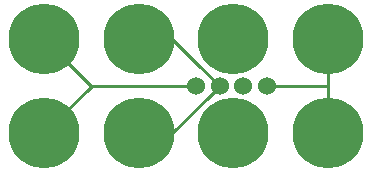
<source format=gtl>
%TF.GenerationSoftware,KiCad,Pcbnew,4.0.7-e2-6376~58~ubuntu16.04.1*%
%TF.CreationDate,2018-02-09T07:07:29-08:00*%
%TF.ProjectId,2x4-Grove-Sensor-Inline,3278342D47726F76652D53656E736F72,1.0*%
%TF.FileFunction,Copper,L1,Top,Signal*%
%FSLAX46Y46*%
G04 Gerber Fmt 4.6, Leading zero omitted, Abs format (unit mm)*
G04 Created by KiCad (PCBNEW 4.0.7-e2-6376~58~ubuntu16.04.1) date Fri Feb  9 07:07:29 2018*
%MOMM*%
%LPD*%
G01*
G04 APERTURE LIST*
%ADD10C,0.350000*%
%ADD11C,1.524000*%
%ADD12C,6.000000*%
%ADD13C,0.254000*%
%ADD14C,0.350000*%
G04 APERTURE END LIST*
D10*
D11*
X49784000Y-70053200D03*
X51784000Y-70053200D03*
X53784000Y-70053200D03*
X55784000Y-70053200D03*
D12*
X60934600Y-74066400D03*
X52934600Y-74066400D03*
X44934600Y-74066400D03*
X36934600Y-74066400D03*
X36934600Y-66066400D03*
X44934600Y-66066400D03*
X52934600Y-66066400D03*
X60934600Y-66066400D03*
D13*
X51784000Y-70053200D02*
X51022001Y-70815199D01*
X51022001Y-70815199D02*
X51022001Y-70821799D01*
X51022001Y-70821799D02*
X47777400Y-74066400D01*
X47777400Y-74066400D02*
X44934600Y-74066400D01*
X60934600Y-74066400D02*
X60934600Y-70027800D01*
X56887030Y-70027800D02*
X60934600Y-70027800D01*
X60934600Y-70027800D02*
X60934600Y-66066400D01*
X55784000Y-70053200D02*
X56861630Y-70053200D01*
X56861630Y-70053200D02*
X56887030Y-70027800D01*
X44934600Y-74066400D02*
X47066200Y-74066400D01*
X51784000Y-70053200D02*
X49980600Y-68249800D01*
X49980600Y-68249800D02*
X49961800Y-68249800D01*
X49961800Y-68249800D02*
X47778400Y-66066400D01*
X47778400Y-66066400D02*
X44934600Y-66066400D01*
X49784000Y-70053200D02*
X41071800Y-70053200D01*
X41071800Y-70053200D02*
X40921400Y-70053200D01*
X36934600Y-74066400D02*
X40947800Y-70053200D01*
X40947800Y-70053200D02*
X41071800Y-70053200D01*
X40921400Y-70053200D02*
X36934600Y-66066400D01*
D14*
X49784000Y-70053200D03*
X51784000Y-70053200D03*
X53784000Y-70053200D03*
X55784000Y-70053200D03*
X60934600Y-74066400D03*
X52934600Y-74066400D03*
X44934600Y-74066400D03*
X36934600Y-74066400D03*
X36934600Y-66066400D03*
X44934600Y-66066400D03*
X52934600Y-66066400D03*
X60934600Y-66066400D03*
M02*

</source>
